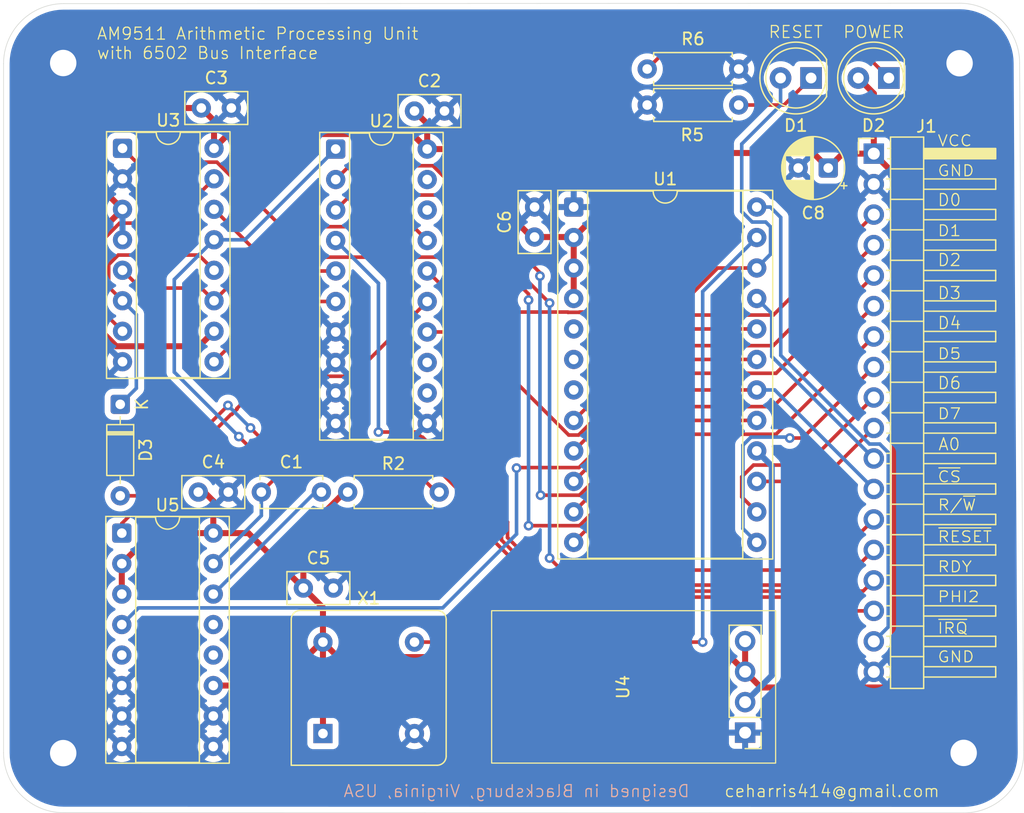
<source format=kicad_pcb>
(kicad_pcb (version 20241229) (generator "pcbnew") (generator_version "9.0")
  (layers (0 "F.Cu" signal) (2 "B.Cu" signal) (13 "F.Paste" user) (15 "B.Paste" user) (5 "F.SilkS" user "F.Silkscreen") (7 "B.SilkS" user "B.Silkscreen") (1 "F.Mask" user) (3 "B.Mask" user) (25 "Edge.Cuts" user))
  (net 0 "")
  (net 1 "Net-(U5A-RCext)")
  (net 2 "Net-(U5A-Cext)")
  (net 3 "GND")
  (net 4 "VCC")
  (net 5 "/RESET")
  (net 6 "Net-(D1-K)")
  (net 7 "/~{CS}")
  (net 8 "/RDY")
  (net 9 "/D5")
  (net 10 "/D6")
  (net 11 "/PHI2")
  (net 12 "/D7")
  (net 13 "/D3")
  (net 14 "/D4")
  (net 15 "/A0")
  (net 16 "/D2")
  (net 17 "/R{slash}~{W}")
  (net 18 "/D0")
  (net 19 "/D1")
  (net 20 "/~{IRQ}")
  (net 21 "/~{RESET}")
  (net 22 "/~{RD}")
  (net 23 "Net-(U1-VDD)")
  (net 25 "Net-(U1-CLK)")
  (net 28 "/~{PAUSE}")
  (net 29 "/~{WR}")
  (net 30 "/CLK1")
  (net 33 "/Q2")
  (net 36 "/Q1")
  (net 37 "/~{WTRG}")
  (net 38 "Net-(U3A-~{R})")
  (net 42 "Net-(D2-K)")
  (net 43 "Net-(D3-K)")
  (footprint "Resistor_THT:R_Axial_DIN0207_L6.3mm_D2.5mm_P7.62mm_Horizontal" (layer "F.Cu") (at 163.75 58.5 180)
    (property "Reference" "R5" (at 3.87 -2.5 0) (layer "F.SilkS"))
    (property "Value" "470")
    (pad "1" thru_hole circle (at 0 0 180) (size 1.6 1.6) (drill 0.8) (layers "*.Cu" "*.Mask") (net 6 "Net-(D1-K)"))
    (pad "2" thru_hole circle (at 7.62 0 180) (size 1.6 1.6) (drill 0.8) (layers "*.Cu" "*.Mask") (net 3 "GND"))
  )
  (footprint "Capacitor_THT:CP_Radial_D5.0mm_P2.50mm" (layer "F.Cu") (at 171.205113 63.75 180)
    (property "Reference" "C8" (at 1.25 -3.75 180) (layer "F.SilkS"))
    (property "Value" "1µF" (hide yes))
    (pad "1" thru_hole roundrect (at 0 0 180) (size 1.6 1.6) (drill 0.8) (layers "*.Cu" "*.Mask") (roundrect_rratio 0.15625) (net 4 "VCC"))
    (pad "2" thru_hole circle (at 2.5 0 180) (size 1.6 1.6) (drill 0.8) (layers "*.Cu" "*.Mask") (net 3 "GND"))
  )
  (footprint "MountingHole:MountingHole_2.2mm_M2_DIN965_Pad" (layer "F.Cu") (at 107.5 112.5)
    (property "Reference" "H3" (hide yes))
    (property "Value" "MountingHole_Pad" (hide yes))
    (pad "1" thru_hole circle (at 0 0) (size 3.8 3.8) (drill 2.2) (layers "*.Cu" "*.Mask") (net 3 "GND"))
  )
  (footprint "MountingHole:MountingHole_2.2mm_M2_DIN965_Pad" (layer "F.Cu") (at 107.5 55)
    (property "Reference" "H1" (hide yes))
    (property "Value" "MountingHole_Pad" (hide yes))
    (pad "1" thru_hole circle (at 0 0) (size 3.8 3.8) (drill 2.2) (layers "*.Cu" "*.Mask") (net 3 "GND"))
  )
  (footprint "MountingHole:MountingHole_2.2mm_M2_DIN965_Pad" (layer "F.Cu") (at 182.482262 112.482267)
    (property "Reference" "H4" (hide yes))
    (property "Value" "MountingHole_Pad" (hide yes))
    (pad "1" thru_hole circle (at 0 0) (size 3.8 3.8) (drill 2.2) (layers "*.Cu" "*.Mask") (net 3 "GND"))
  )
  (footprint "Capacitor_THT:C_Disc_D5.0mm_W2.5mm_P2.50mm" (layer "F.Cu") (at 127.5 98.75)
    (property "Reference" "C5" (at 1.25 -2.5 0) (layer "F.SilkS"))
    (property "Value" "100nF")
    (pad "1" thru_hole circle (at 0 0) (size 1.6 1.6) (drill 0.8) (layers "*.Cu" "*.Mask") (net 4 "VCC"))
    (pad "2" thru_hole circle (at 2.5 0) (size 1.6 1.6) (drill 0.8) (layers "*.Cu" "*.Mask") (net 3 "GND"))
  )
  (footprint "LED_THT:LED_D5.0mm" (layer "F.Cu") (at 169.775 56.25 180)
    (property "Reference" "D1" (at 1.27 -3.96 180) (layer "F.SilkS"))
    (property "Value" "YELLOW" (hide yes))
    (pad "1" thru_hole rect (at 0 0 180) (size 1.8 1.8) (drill 0.9) (layers "*.Cu" "*.Mask") (net 6 "Net-(D1-K)"))
    (pad "2" thru_hole circle (at 2.54 0 180) (size 1.8 1.8) (drill 0.9) (layers "*.Cu" "*.Mask") (net 5 "/RESET"))
  )
  (footprint "Connector_PinHeader_2.54mm:PinHeader_1x18_P2.54mm_Horizontal" (layer "F.Cu") (at 175 62.55)
    (property "Reference" "J1" (at 4.385 -2.27 0) (layer "F.SilkS"))
    (property "Value" "Conn_01x18_Pin" (hide yes))
    (pad "1" thru_hole rect (at 0 0) (size 1.7 1.7) (drill 1) (layers "*.Cu" "*.Mask") (net 4 "VCC"))
    (pad "2" thru_hole circle (at 0 2.54) (size 1.7 1.7) (drill 1) (layers "*.Cu" "*.Mask") (net 3 "GND"))
    (pad "3" thru_hole circle (at 0 5.08) (size 1.7 1.7) (drill 1) (layers "*.Cu" "*.Mask") (net 18 "/D0"))
    (pad "4" thru_hole circle (at 0 7.62) (size 1.7 1.7) (drill 1) (layers "*.Cu" "*.Mask") (net 19 "/D1"))
    (pad "5" thru_hole circle (at 0 10.16) (size 1.7 1.7) (drill 1) (layers "*.Cu" "*.Mask") (net 16 "/D2"))
    (pad "6" thru_hole circle (at 0 12.7) (size 1.7 1.7) (drill 1) (layers "*.Cu" "*.Mask") (net 13 "/D3"))
    (pad "7" thru_hole circle (at 0 15.24) (size 1.7 1.7) (drill 1) (layers "*.Cu" "*.Mask") (net 14 "/D4"))
    (pad "8" thru_hole circle (at 0 17.78) (size 1.7 1.7) (drill 1) (layers "*.Cu" "*.Mask") (net 9 "/D5"))
    (pad "9" thru_hole circle (at 0 20.32) (size 1.7 1.7) (drill 1) (layers "*.Cu" "*.Mask") (net 10 "/D6"))
    (pad "10" thru_hole circle (at 0 22.86) (size 1.7 1.7) (drill 1) (layers "*.Cu" "*.Mask") (net 12 "/D7"))
    (pad "11" thru_hole circle (at 0 25.4) (size 1.7 1.7) (drill 1) (layers "*.Cu" "*.Mask") (net 15 "/A0"))
    (pad "12" thru_hole circle (at 0 27.94) (size 1.7 1.7) (drill 1) (layers "*.Cu" "*.Mask") (net 7 "/~{CS}"))
    (pad "13" thru_hole circle (at 0 30.48) (size 1.7 1.7) (drill 1) (layers "*.Cu" "*.Mask") (net 17 "/R{slash}~{W}"))
    (pad "14" thru_hole circle (at 0 33.02) (size 1.7 1.7) (drill 1) (layers "*.Cu" "*.Mask") (net 21 "/~{RESET}"))
    (pad "15" thru_hole circle (at 0 35.56) (size 1.7 1.7) (drill 1) (layers "*.Cu" "*.Mask") (net 8 "/RDY"))
    (pad "16" thru_hole circle (at 0 38.1) (size 1.7 1.7) (drill 1) (layers "*.Cu" "*.Mask") (net 11 "/PHI2"))
    (pad "17" thru_hole circle (at 0 40.64) (size 1.7 1.7) (drill 1) (layers "*.Cu" "*.Mask") (net 20 "/~{IRQ}"))
    (pad "18" thru_hole circle (at 0 43.18) (size 1.7 1.7) (drill 1) (layers "*.Cu" "*.Mask") (net 3 "GND"))
  )
  (footprint "MountingHole:MountingHole_2.2mm_M2_DIN965_Pad" (layer "F.Cu") (at 182.14283 55.017709)
    (property "Reference" "H2" (hide yes))
    (property "Value" "MountingHole_Pad" (hide yes))
    (pad "1" thru_hole circle (at 0 0) (size 3.8 3.8) (drill 2.2) (layers "*.Cu" "*.Mask") (net 3 "GND"))
  )
  (footprint "Package_DIP:DIP-16_W7.62mm_Socket" (layer "F.Cu") (at 112.44 62.11)
    (property "Reference" "U3" (at 3.81 -2.33 0) (layer "F.SilkS"))
    (property "Value" "74HC112")
    (pad "1" thru_hole roundrect (at 0 0) (size 1.6 1.6) (drill 0.8) (layers "*.Cu" "*.Mask") (roundrect_rratio 0.15625) (net 30 "/CLK1"))
    (pad "2" thru_hole circle (at 0 2.54) (size 1.6 1.6) (drill 0.8) (layers "*.Cu" "*.Mask") (net 3 "GND"))
    (pad "3" thru_hole circle (at 0 5.08) (size 1.6 1.6) (drill 0.8) (layers "*.Cu" "*.Mask") (net 4 "VCC"))
    (pad "4" thru_hole circle (at 0 7.62) (size 1.6 1.6) (drill 0.8) (layers "*.Cu" "*.Mask") (net 4 "VCC"))
    (pad "5" thru_hole circle (at 0 10.16) (size 1.6 1.6) (drill 0.8) (layers "*.Cu" "*.Mask") (net 36 "/Q1"))
    (pad "6" thru_hole circle (at 0 12.7) (size 1.6 1.6) (drill 0.8) (layers "*.Cu" "*.Mask") (net 43 "Net-(D3-K)"))
    (pad "7" thru_hole circle (at 0 15.24) (size 1.6 1.6) (drill 0.8) (layers "*.Cu" "*.Mask") (net 38 "Net-(U3A-~{R})"))
    (pad "8" thru_hole circle (at 0 17.78) (size 1.6 1.6) (drill 0.8) (layers "*.Cu" "*.Mask") (net 3 "GND"))
    (pad "9" thru_hole circle (at 7.62 17.78) (size 1.6 1.6) (drill 0.8) (layers "*.Cu" "*.Mask") (net 33 "/Q2"))
    (pad "10" thru_hole circle (at 7.62 15.24) (size 1.6 1.6) (drill 0.8) (layers "*.Cu" "*.Mask") (net 4 "VCC"))
    (pad "11" thru_hole circle (at 7.62 12.7) (size 1.6 1.6) (drill 0.8) (layers "*.Cu" "*.Mask") (net 36 "/Q1"))
    (pad "12" thru_hole circle (at 7.62 10.16) (size 1.6 1.6) (drill 0.8) (layers "*.Cu" "*.Mask") (net 43 "Net-(D3-K)"))
    (pad "13" thru_hole circle (at 7.62 7.62) (size 1.6 1.6) (drill 0.8) (layers "*.Cu" "*.Mask") (net 11 "/PHI2"))
    (pad "14" thru_hole circle (at 7.62 5.08) (size 1.6 1.6) (drill 0.8) (layers "*.Cu" "*.Mask") (net 28 "/~{PAUSE}"))
    (pad "15" thru_hole circle (at 7.62 2.54) (size 1.6 1.6) (drill 0.8) (layers "*.Cu" "*.Mask") (net 38 "Net-(U3A-~{R})"))
    (pad "16" thru_hole circle (at 7.62 0) (size 1.6 1.6) (drill 0.8) (layers "*.Cu" "*.Mask") (net 4 "VCC"))
  )
  (footprint "Resistor_THT:R_Axial_DIN0207_L6.3mm_D2.5mm_P7.62mm_Horizontal" (layer "F.Cu") (at 156.13 55.5)
    (property "Reference" "R6" (at 3.81 -2.5 0) (layer "F.SilkS"))
    (property "Value" "1K")
    (pad "1" thru_hole circle (at 0 0) (size 1.6 1.6) (drill 0.8) (layers "*.Cu" "*.Mask") (net 42 "Net-(D2-K)"))
    (pad "2" thru_hole circle (at 7.62 0) (size 1.6 1.6) (drill 0.8) (layers "*.Cu" "*.Mask") (net 3 "GND"))
  )
  (footprint "LED_THT:LED_D5.0mm" (layer "F.Cu") (at 176.25 56.25 180)
    (property "Reference" "D2" (at 1.27 -3.96 180) (layer "F.SilkS"))
    (property "Value" "BLUE" (hide yes))
    (pad "1" thru_hole rect (at 0 0 180) (size 1.8 1.8) (drill 0.9) (layers "*.Cu" "*.Mask") (net 42 "Net-(D2-K)"))
    (pad "2" thru_hole circle (at 2.54 0 180) (size 1.8 1.8) (drill 0.9) (layers "*.Cu" "*.Mask") (net 4 "VCC"))
  )
  (footprint "Package_DIP:DIP-24_W15.24mm_Socket" (layer "F.Cu") (at 150.01 67)
    (property "Reference" "U1" (at 7.62 -2.33 0) (layer "F.SilkS"))
    (property "Value" "AM9511A")
    (pad "1" thru_hole roundrect (at 0 0) (size 1.6 1.6) (drill 0.8) (layers "*.Cu" "*.Mask") (roundrect_rratio 0.15625) (net 3 "GND"))
    (pad "2" thru_hole circle (at 0 2.54) (size 1.6 1.6) (drill 0.8) (layers "*.Cu" "*.Mask") (net 4 "VCC"))
    (pad "3" thru_hole circle (at 0 5.08) (size 1.6 1.6) (drill 0.8) (layers "*.Cu" "*.Mask") (net 4 "VCC"))
    (pad "4" thru_hole circle (at 0 7.62) (size 1.6 1.6) (drill 0.8) (layers "*.Cu" "*.Mask") (net 4 "VCC"))
    (pad "5" thru_hole circle (at 0 10.16) (size 1.6 1.6) (drill 0.8) (layers "*.Cu" "*.Mask"))
    (pad "6" thru_hole circle (at 0 12.7) (size 1.6 1.6) (drill 0.8) (layers "*.Cu" "*.Mask"))
    (pad "7" thru_hole circle (at 0 15.24) (size 1.6 1.6) (drill 0.8) (layers "*.Cu" "*.Mask"))
    (pad "8" thru_hole circle (at 0 17.78) (size 1.6 1.6) (drill 0.8) (layers "*.Cu" "*.Mask") (net 18 "/D0"))
    (pad "9" thru_hole circle (at 0 20.32) (size 1.6 1.6) (drill 0.8) (layers "*.Cu" "*.Mask") (net 19 "/D1"))
    (pad "10" thru_hole circle (at 0 22.86) (size 1.6 1.6) (drill 0.8) (layers "*.Cu" "*.Mask") (net 16 "/D2"))
    (pad "11" thru_hole circle (at 0 25.4) (size 1.6 1.6) (drill 0.8) (layers "*.Cu" "*.Mask") (net 13 "/D3"))
    (pad "12" thru_hole circle (at 0 27.94) (size 1.6 1.6) (drill 0.8) (layers "*.Cu" "*.Mask") (net 14 "/D4"))
    (pad "13" thru_hole circle (at 15.24 27.94) (size 1.6 1.6) (drill 0.8) (layers "*.Cu" "*.Mask") (net 9 "/D5"))
    (pad "14" thru_hole circle (at 15.24 25.4) (size 1.6 1.6) (drill 0.8) (layers "*.Cu" "*.Mask") (net 10 "/D6"))
    (pad "15" thru_hole circle (at 15.24 22.86) (size 1.6 1.6) (drill 0.8) (layers "*.Cu" "*.Mask") (net 12 "/D7"))
    (pad "16" thru_hole circle (at 15.24 20.32) (size 1.6 1.6) (drill 0.8) (layers "*.Cu" "*.Mask") (net 23 "Net-(U1-VDD)"))
    (pad "17" thru_hole circle (at 15.24 17.78) (size 1.6 1.6) (drill 0.8) (layers "*.Cu" "*.Mask") (net 28 "/~{PAUSE}"))
    (pad "18" thru_hole circle (at 15.24 15.24) (size 1.6 1.6) (drill 0.8) (layers "*.Cu" "*.Mask") (net 7 "/~{CS}"))
    (pad "19" thru_hole circle (at 15.24 12.7) (size 1.6 1.6) (drill 0.8) (layers "*.Cu" "*.Mask") (net 29 "/~{WR}"))
    (pad "20" thru_hole circle (at 15.24 10.16) (size 1.6 1.6) (drill 0.8) (layers "*.Cu" "*.Mask") (net 22 "/~{RD}"))
    (pad "21" thru_hole circle (at 15.24 7.62) (size 1.6 1.6) (drill 0.8) (layers "*.Cu" "*.Mask") (net 15 "/A0"))
    (pad "22" thru_hole circle (at 15.24 5.08) (size 1.6 1.6) (drill 0.8) (layers "*.Cu" "*.Mask") (net 5 "/RESET"))
    (pad "23" thru_hole circle (at 15.24 2.54) (size 1.6 1.6) (drill 0.8) (layers "*.Cu" "*.Mask") (net 25 "Net-(U1-CLK)"))
    (pad "24" thru_hole circle (at 15.24 0) (size 1.6 1.6) (drill 0.8) (layers "*.Cu" "*.Mask") (net 20 "/~{IRQ}"))
  )
  (footprint "Capacitor_THT:C_Disc_D5.0mm_W2.5mm_P2.50mm" (layer "F.Cu") (at 119 58.75)
    (property "Reference" "C3" (at 1.25 -2.5 0) (layer "F.SilkS"))
    (property "Value" "100nF")
    (pad "1" thru_hole circle (at 0 0) (size 1.6 1.6) (drill 0.8) (layers "*.Cu" "*.Mask") (net 4 "VCC"))
    (pad "2" thru_hole circle (at 2.5 0) (size 1.6 1.6) (drill 0.8) (layers "*.Cu" "*.Mask") (net 3 "GND"))
  )
  (footprint "Capacitor_THT:C_Disc_D5.0mm_W2.5mm_P2.50mm" (layer "F.Cu") (at 146.75 69.5 90)
    (property "Reference" "C6" (at 1.25 -2.5 90) (layer "F.SilkS"))
    (property "Value" "100nF")
    (pad "1" thru_hole circle (at 0 0 90) (size 1.6 1.6) (drill 0.8) (layers "*.Cu" "*.Mask") (net 4 "VCC"))
    (pad "2" thru_hole circle (at 2.5 0 90) (size 1.6 1.6) (drill 0.8) (layers "*.Cu" "*.Mask") (net 3 "GND"))
  )
  (footprint "Oscillator:Oscillator_DIP-8" (layer "F.Cu") (at 129.13 110.87)
    (property "Reference" "X1" (at 3.81 -11.26 0) (layer "F.SilkS"))
    (property "Value" "4 MHz")
    (pad "1" thru_hole rect (at 0 0) (size 1.6 1.6) (drill 0.8) (layers "*.Cu" "*.Mask") (net 4 "VCC"))
    (pad "4" thru_hole circle (at 7.62 0) (size 1.6 1.6) (drill 0.8) (layers "*.Cu" "*.Mask") (net 3 "GND"))
    (pad "5" thru_hole circle (at 7.62 -7.62) (size 1.6 1.6) (drill 0.8) (layers "*.Cu" "*.Mask") (net 25 "Net-(U1-CLK)"))
    (pad "8" thru_hole circle (at 0 -7.62) (size 1.6 1.6) (drill 0.8) (layers "*.Cu" "*.Mask") (net 4 "VCC"))
  )
  (footprint "Capacitor_THT:C_Disc_D5.0mm_W2.5mm_P2.50mm" (layer "F.Cu") (at 118.75 90.75)
    (property "Reference" "C4" (at 1.25 -2.5 0) (layer "F.SilkS"))
    (property "Value" "100nF")
    (pad "1" thru_hole circle (at 0 0) (size 1.6 1.6) (drill 0.8) (layers "*.Cu" "*.Mask") (net 4 "VCC"))
    (pad "2" thru_hole circle (at 2.5 0) (size 1.6 1.6) (drill 0.8) (layers "*.Cu" "*.Mask") (net 3 "GND"))
  )
  (footprint "am9511-6502-footprints:ADA-TPS61040" (layer "F.Cu") (at 154.093763 107 180)
    (property "Reference" "U4" (at -0.030168 0 90) (layer "F.SilkS"))
    (property "Value" "ADA-TPS61040")
    (pad "1" thru_hole rect (at -10.190168 -3.792577 180) (size 1.7 1.7) (drill 1) (layers "*.Cu" "*.Mask") (net 3 "GND"))
    (pad "2" thru_hole oval (at -10.190168 -1.252577 180) (size 1.7 1.7) (drill 1) (layers "*.Cu" "*.Mask") (net 23 "Net-(U1-VDD)"))
    (pad "3" thru_hole oval (at -10.190168 1.287423 180) (size 1.7 1.7) (drill 1) (layers "*.Cu" "*.Mask") (net 4 "VCC"))
    (pad "4" thru_hole oval (at -10.190168 3.827423 180) (size 1.7 1.7) (drill 1) (layers "*.Cu" "*.Mask") (net 4 "VCC"))
  )
  (footprint "Package_DIP:DIP-16_W7.62mm_Socket" (layer "F.Cu") (at 112.38 94.17)
    (property "Reference" "U5" (at 3.81 -2.33 0) (layer "F.SilkS"))
    (property "Value" "74HC123")
    (pad "1" thru_hole roundrect (at 0 0) (size 1.6 1.6) (drill 0.8) (layers "*.Cu" "*.Mask") (roundrect_rratio 0.15625) (net 37 "/~{WTRG}"))
    (pad "2" thru_hole circle (at 0 2.54) (size 1.6 1.6) (drill 0.8) (layers "*.Cu" "*.Mask") (net 4 "VCC"))
    (pad "3" thru_hole circle (at 0 5.08) (size 1.6 1.6) (drill 0.8) (layers "*.Cu" "*.Mask") (net 4 "VCC"))
    (pad "4" thru_hole circle (at 0 7.62) (size 1.6 1.6) (drill 0.8) (layers "*.Cu" "*.Mask") (net 29 "/~{WR}"))
    (pad "5" thru_hole circle (at 0 10.16) (size 1.6 1.6) (drill 0.8) (layers "*.Cu" "*.Mask"))
    (pad "6" thru_hole circle (at 0 12.7) (size 1.6 1.6) (drill 0.8) (layers "*.Cu" "*.Mask") (net 3 "GND"))
    (pad "7" thru_hole circle (at 0 15.24) (size 1.6 1.6) (drill 0.8) (layers "*.Cu" "*.Mask") (net 3 "GND"))
    (pad "8" thru_hole circle (at 0 17.78) (size 1.6 1.6) (drill 0.8) (layers "*.Cu" "*.Mask") (net 3 "GND"))
    (pad "9" thru_hole circle (at 7.62 17.78) (size 1.6 1.6) (drill 0.8) (layers "*.Cu" "*.Mask") (net 3 "GND"))
    (pad "10" thru_hole circle (at 7.62 15.24) (size 1.6 1.6) (drill 0.8) (layers "*.Cu" "*.Mask") (net 3 "GND"))
    (pad "11" thru_hole circle (at 7.62 12.7) (size 1.6 1.6) (drill 0.8) (layers "*.Cu" "*.Mask") (net 4 "VCC"))
    (pad "12" thru_hole circle (at 7.62 10.16) (size 1.6 1.6) (drill 0.8) (layers "*.Cu" "*.Mask"))
    (pad "13" thru_hole circle (at 7.62 7.62) (size 1.6 1.6) (drill 0.8) (layers "*.Cu" "*.Mask"))
    (pad "14" thru_hole circle (at 7.62 5.08) (size 1.6 1.6) (drill 0.8) (layers "*.Cu" "*.Mask") (net 2 "Net-(U5A-Cext)"))
    (pad "15" thru_hole circle (at 7.62 2.54) (size 1.6 1.6) (drill 0.8) (layers "*.Cu" "*.Mask") (net 1 "Net-(U5A-RCext)"))
    (pad "16" thru_hole circle (at 7.62 0) (size 1.6 1.6) (drill 0.8) (layers "*.Cu" "*.Mask") (net 4 "VCC"))
  )
  (footprint "Capacitor_THT:C_Disc_D5.0mm_W2.5mm_P5.00mm" (layer "F.Cu") (at 124 90.75)
    (property "Reference" "C1" (at 2.5 -2.5 0) (layer "F.SilkS"))
    (property "Value" "68pF")
    (pad "1" thru_hole circle (at 0 0) (size 1.6 1.6) (drill 0.8) (layers "*.Cu" "*.Mask") (net 1 "Net-(U5A-RCext)"))
    (pad "2" thru_hole circle (at 5 0) (size 1.6 1.6) (drill 0.8) (layers "*.Cu" "*.Mask") (net 2 "Net-(U5A-Cext)"))
  )
  (footprint "Capacitor_THT:C_Disc_D5.0mm_W2.5mm_P2.50mm" (layer "F.Cu") (at 136.75 59)
    (property "Reference" "C2" (at 1.25 -2.5 0) (layer "F.SilkS"))
    (property "Value" "100nF")
    (pad "1" thru_hole circle (at 0 0) (size 1.6 1.6) (drill 0.8) (layers "*.Cu" "*.Mask") (net 4 "VCC"))
    (pad "2" thru_hole circle (at 2.5 0) (size 1.6 1.6) (drill 0.8) (layers "*.Cu" "*.Mask") (net 3 "GND"))
  )
  (footprint "Resistor_THT:R_Axial_DIN0207_L6.3mm_D2.5mm_P7.62mm_Horizontal" (layer "F.Cu") (at 131.19 90.75)
    (property "Reference" "R2" (at 3.81 -2.37 0) (layer "F.SilkS"))
    (property "Value" "2K4")
    (pad "1" thru_hole circle (at 0 0) (size 1.6 1.6) (drill 0.8) (layers "*.Cu" "*.Mask") (net 4 "VCC"))
    (pad "2" thru_hole circle (at 7.62 0) (size 1.6 1.6) (drill 0.8) (layers "*.Cu" "*.Mask") (net 1 "Net-(U5A-RCext)"))
  )
  (footprint "Diode_THT:D_DO-35_SOD27_P7.62mm_Horizontal" (layer "F.Cu") (at 112.25 83.44 -90)
    (property "Reference" "D3" (at 3.81 -2.12 90) (layer "F.SilkS"))
    (property "Value" "1N914")
    (fp_text user "K" (at 0 -1.8 90) (layer "F.SilkS"))
    (pad "1" thru_hole roundrect (at 0 0 270) (size 1.6 1.6) (drill 0.8) (layers "*.Cu" "*.Mask") (roundrect_rratio 0.15625) (net 43 "Net-(D3-K)"))
    (pad "2" thru_hole circle (at 7.62 0 270) (size 1.6 1.6) (drill 0.8) (layers "*.Cu" "*.Mask") (net 8 "/RDY"))
  )
  (footprint "Package_DIP:DIP-20_W7.62mm_Socket" (layer "F.Cu") (at 130.19 62.17)
    (property "Reference" "U2" (at 3.81 -2.33 0) (layer "F.SilkS"))
    (property "Value" "GAL16V8")
    (pad "1" thru_hole roundrect (at 0 0) (size 1.6 1.6) (drill 0.8) (layers "*.Cu" "*.Mask") (roundrect_rratio 0.15625) (net 11 "/PHI2"))
    (pad "2" thru_hole circle (at 0 2.54) (size 1.6 1.6) (drill 0.8) (layers "*.Cu" "*.Mask") (net 7 "/~{CS}"))
    (pad "3" thru_hole circle (at 0 5.08) (size 1.6 1.6) (drill 0.8) (layers "*.Cu" "*.Mask") (net 17 "/R{slash}~{W}"))
    (pad "4" thru_hole circle (at 0 7.62) (size 1.6 1.6) (drill 0.8) (layers "*.Cu" "*.Mask") (net 21 "/~{RESET}"))
    (pad "5" thru_hole circle (at 0 10.16) (size 1.6 1.6) (drill 0.8) (layers "*.Cu" "*.Mask") (net 36 "/Q1"))
    (pad "6" thru_hole circle (at 0 12.7) (size 1.6 1.6) (drill 0.8) (layers "*.Cu" "*.Mask") (net 33 "/Q2"))
    (pad "7" thru_hole circle (at 0 15.24) (size 1.6 1.6) (drill 0.8) (layers "*.Cu" "*.Mask") (net 3 "GND"))
    (pad "8" thru_hole circle (at 0 17.78) (size 1.6 1.6) (drill 0.8) (layers "*.Cu" "*.Mask") (net 3 "GND"))
    (pad "9" thru_hole circle (at 0 20.32) (size 1.6 1.6) (drill 0.8) (layers "*.Cu" "*.Mask") (net 3 "GND"))
    (pad "10" thru_hole circle (at 0 22.86) (size 1.6 1.6) (drill 0.8) (layers "*.Cu" "*.Mask") (net 3 "GND"))
    (pad "11" thru_hole circle (at 7.62 22.86) (size 1.6 1.6) (drill 0.8) (layers "*.Cu" "*.Mask") (net 3 "GND"))
    (pad "12" thru_hole circle (at 7.62 20.32) (size 1.6 1.6) (drill 0.8) (layers "*.Cu" "*.Mask"))
    (pad "13" thru_hole circle (at 7.62 17.78) (size 1.6 1.6) (drill 0.8) (layers "*.Cu" "*.Mask"))
    (pad "14" thru_hole circle (at 7.62 15.24) (size 1.6 1.6) (drill 0.8) (layers "*.Cu" "*.Mask") (net 22 "/~{RD}"))
    (pad "15" thru_hole circle (at 7.62 12.7) (size 1.6 1.6) (drill 0.8) (layers "*.Cu" "*.Mask") (net 37 "/~{WTRG}"))
    (pad "16" thru_hole circle (at 7.62 10.16) (size 1.6 1.6) (drill 0.8) (layers "*.Cu" "*.Mask") (net 5 "/RESET"))
    (pad "17" thru_hole circle (at 7.62 7.62) (size 1.6 1.6) (drill 0.8) (layers "*.Cu" "*.Mask") (net 30 "/CLK1"))
    (pad "18" thru_hole circle (at 7.62 5.08) (size 1.6 1.6) (drill 0.8) (layers "*.Cu" "*.Mask"))
    (pad "19" thru_hole circle (at 7.62 2.54) (size 1.6 1.6) (drill 0.8) (layers "*.Cu" "*.Mask"))
    (pad "20" thru_hole circle (at 7.62 0) (size 1.6 1.6) (drill 0.8) (layers "*.Cu" "*.Mask") (net 4 "VCC"))
  )
  (gr_arc (start 182.142772 50.017767) (mid 185.678328 51.482221) (end 187.142772 55.017767) (stroke (width 0.05)) (layer "Edge.Cuts"))
  (gr_arc (start 187.482228 112.482233) (mid 186.017772 116.017777) (end 182.482228 117.482233) (stroke (width 0.05)) (layer "Edge.Cuts"))
  (gr_line (start 187.142772 55.017767) (end 187.482228 112.482233) (stroke (width 0.05)) (layer "Edge.Cuts"))
  (gr_line (start 102.535534 112.464466) (end 102.535535 55.053301) (stroke (width 0.05)) (layer "Edge.Cuts"))
  (gr_arc (start 102.535534 55.053301) (mid 104 51.517767) (end 107.535534 50.053301) (stroke (width 0.05)) (layer "Edge.Cuts"))
  (gr_line (start 107.535534 50.053301) (end 182.142772 50.017767) (stroke (width 0.05)) (layer "Edge.Cuts"))
  (gr_line (start 182.482228 117.482233) (end 107.535534 117.464466) (stroke (width 0.05)) (layer "Edge.Cuts"))
  (gr_arc (start 107.535534 117.464466) (mid 104 116) (end 102.535534 112.464466) (stroke (width 0.05)) (layer "Edge.Cuts"))
  (gr_text "D7" (at 180.25 84.75 0) (layer "F.SilkS") (effects (font (size 0.9 1) (thickness 0.1)) (justify left bottom)))
  (gr_text "R/~{W}" (at 180.259636 92.353336 0) (layer "F.SilkS") (effects (font (size 0.9 1) (thickness 0.1)) (justify left bottom)))
  (gr_text "~{RESET}" (at 180.25 95 0) (layer "F.SilkS") (effects (font (size 0.9 1) (thickness 0.1)) (justify left bottom)))
  (gr_text "AM9511 Arithmetic Processing Unit \nwith 6502 Bus Interface" (at 110.25 54.75 0) (layer "F.SilkS") (effects (font (size 1 1) (thickness 0.1)) (justify left bottom)))
  (gr_text "VCC" (at 180.25 62 0) (layer "F.SilkS") (effects (font (size 0.9 1) (thickness 0.1)) (justify left bottom)))
  (gr_text "D2" (at 180.25 72 0) (layer "F.SilkS") (effects (font (size 1 1) (thickness 0.1)) (justify left bottom)))
  (gr_text "PHI2" (at 180.25 100 0) (layer "F.SilkS") (effects (font (size 0.9 1) (thickness 0.1)) (justify left bottom)))
  (gr_text "D4" (at 180.25 77.25 0) (layer "F.SilkS") (effects (font (size 1 1) (thickness 0.1)) (justify left bottom)))
  (gr_text "POWER" (at 175 53 0) (layer "F.SilkS") (effects (font (size 1 1) (thickness 0.1)) (justify bottom)))
  (gr_text "A0" (at 180.311967 87.353772 0) (layer "F.SilkS") (effects (font (size 1 1) (thickness 0.1)) (justify left bottom)))
  (gr_text "D6" (at 180.25 82.25 0) (layer "F.SilkS") (effects (font (size 1 1) (thickness 0.1)) (justify left bottom)))
  (gr_text "RDY" (at 180.25 97.5 0) (layer "F.SilkS") (effects (font (size 0.9 1) (thickness 0.1)) (justify left bottom)))
  (gr_text "GND" (at 180.25 64.5 0) (layer "F.SilkS") (effects (font (size 0.9 1) (thickness 0.1)) (justify left bottom)))
  (gr_text "D3" (at 180.25 74.75 0) (layer "F.SilkS") (effects (font (size 1 1) (thickness 0.1)) (justify left bottom)))
  (gr_text "~{CS}" (at 180.25 90 0) (layer "F.SilkS") (effects (font (size 0.9 1) (thickness 0.1)) (justify left bottom)))
  (gr_text "D1" (at 180.25 69.5 0) (layer "F.SilkS") (effects (font (size 0.9 1) (thickness 0.1)) (justify left bottom)))
  (gr_text "D0" (at 180.25 67 0) (layer "F.SilkS") (effects (font (size 1 1) (thickness 0.1)) (justify left bottom)))
  (gr_text "GND" (at 180.25 105 0) (layer "F.SilkS") (effects (font (size 0.9 1) (thickness 0.1)) (justify left bottom)))
  (gr_text "D5" (at 180.25 79.75 0) (layer "F.SilkS") (effects (font (size 0.9 1) (thickness 0.1)) (justify left bottom)))
  (gr_text "ceharris414@gmail.com" (at 162.5 116.25 0) (layer "F.SilkS") (effects (font (size 1 1) (thickness 0.1)) (justify left bottom)))
  (gr_text "~{IRQ}" (at 180.244321 102.621529 0) (layer "F.SilkS") (effects (font (size 0.9 1) (thickness 0.1)) (justify left bottom)))
  (gr_text "RESET" (at 168.5 53 0) (layer "F.SilkS") (effects (font (size 1 1) (thickness 0.1)) (justify bottom)))
  (gr_text "Designed in Blacksburg, Virginia, USA" (at 145.25 116.25 0) (layer "B.SilkS") (effects (font (size 1 1) (thickness 0.1)) (justify bottom mirror)))
  (segment (start 137.061 89.251) (end 138.56 90.75) (width 0.3) (layer "F.Cu") (net 1))
  (segment (start 120 96.25) (end 120 96.71) (width 0.3) (layer "F.Cu") (net 1))
  (segment (start 124 90.75) (end 125.499 89.251) (width 0.3) (layer "F.Cu") (net 1))
  (segment (start 125.499 89.251) (end 137.061 89.251) (width 0.3) (layer "F.Cu") (net 1))
  (segment (start 120 96.71) (end 124 92.71) (width 0.3) (layer "B.Cu") (net 1))
  (segment (start 124 92.71) (end 124 90.75) (width 0.3) (layer "B.Cu") (net 1))
  (segment (start 120 96.25) (end 120 96.71) (width 0.3) (layer "B.Cu") (net 1))
  (segment (start 120 98.75) (end 120 99.25) (width 0.3) (layer "F.Cu") (net 2))
  (segment (start 120 98.75) (end 120 99.25) (width 0.3) (layer "B.Cu") (net 2))
  (segment (start 120 99.25) (end 128.5 90.75) (width 0.3) (layer "B.Cu") (net 2))
  (segment (start 128.5 90.75) (end 129 90.75) (width 0.3) (layer "B.Cu") (net 2))
  (segment (start 120 94.17) (end 120 91.5) (width 0.5) (layer "F.Cu") (net 4))
  (segment (start 175 62.55) (end 176.75 64.3) (width 0.5) (layer "F.Cu") (net 4))
  (segment (start 119.25 90.75) (end 118.75 90.75) (width 0.5) (layer "F.Cu") (net 4))
  (segment (start 110.5 65.25) (end 110.5 60.25) (width 0.5) (layer "F.Cu") (net 4))
  (segment (start 150.01 69.54) (end 150.01 74.62) (width 0.5) (layer "F.Cu") (net 4))
  (segment (start 120 94.17) (end 114.92 94.17) (width 0.5) (layer "F.Cu") (net 4))
  (segment (start 137.81 60.06) (end 136.75 59) (width 0.5) (layer "F.Cu") (net 4))
  (segment (start 110.5 60.25) (end 112 58.75) (width 0.5) (layer "F.Cu") (net 4))
  (segment (start 165.602354 107.031) (end 164.283931 105.712577) (width 0.5) (layer "F.Cu") (net 4))
  (segment (start 121.251 60.919) (end 120.06 62.11) (width 0.5) (layer "F.Cu") (net 4))
  (segment (start 146.5 69.5) (end 139.17 62.17) (width 0.5) (layer "F.Cu") (net 4))
  (segment (start 112.44 67.19) (end 110.5 65.25) (width 0.5) (layer "F.Cu") (net 4))
  (segment (start 112 58.75) (end 119 58.75) (width 0.5) (layer "F.Cu") (net 4))
  (segment (start 157.051 62.499) (end 169.954113 62.499) (width 0.5) (layer "F.Cu") (net 4))
  (segment (start 149.97 69.5) (end 150.01 69.54) (width 0.5) (layer "F.Cu") (net 4))
  (segment (start 172.405113 62.55) (end 171.205113 63.75) (width 0.5) (layer "F.Cu") (net 4))
  (segment (start 114.92 94.17) (end 112.38 96.71) (width 0.5) (layer "F.Cu") (net 4))
  (segment (start 110.187 69.443) (end 112.44 67.19) (width 0.5) (layer "F.Cu") (net 4))
  (segment (start 129.13 103.25) (end 129.13 100.38) (width 0.5) (layer "F.Cu") (net 4))
  (segment (start 169.954113 62.499) (end 171.205113 63.75) (width 0.5) (layer "F.Cu") (net 4))
  (segment (start 129.13 103.25) (end 129.13 110.87) (width 0.5) (layer "F.Cu") (net 4))
  (segment (start 146.75 69.5) (end 149.97 69.5) (width 0.5) (layer "F.Cu") (net 4))
  (segment (start 125.38 106.87) (end 120 106.87) (width 0.5) (layer "F.Cu") (net 4))
  (segment (start 118.809 78.601) (end 111.921818 78.601) (width 0.5) (layer "F.Cu") (net 4))
  (segment (start 137.81 62.17) (end 137.81 60.06) (width 0.5) (layer "F.Cu") (net 4))
  (segment (start 129.13 103.25) (end 130.381 104.501) (width 0.5) (layer "F.Cu") (net 4))
  (segment (start 127.5 94.19) (end 130.94 90.75) (width 0.5) (layer "F.Cu") (net 4))
  (segment (start 163.072354 104.501) (end 164.283931 105.712577) (width 0.5) (layer "F.Cu") (net 4))
  (segment (start 136.559 60.919) (end 121.251 60.919) (width 0.5) (layer "F.Cu") (net 4))
  (segment (start 129 103.25) (end 125.38 106.87) (width 0.5) (layer "F.Cu") (net 4))
  (segment (start 176.469 107.031) (end 165.602354 107.031) (width 0.5) (layer "F.Cu") (net 4))
  (segment (start 146.75 69.5) (end 146.5 69.5) (width 0.5) (layer "F.Cu") (net 4))
  (segment (start 120 94.17) (end 122.92 94.17) (width 0.5) (layer "F.Cu") (net 4))
  (segment (start 120 91.5) (end 119.25 90.75) (width 0.5) (layer "F.Cu") (net 4))
  (segment (start 120.06 59.81) (end 119 58.75) (width 0.5) (layer "F.Cu") (net 4))
  (segment (start 164.283931 105.712577) (end 164.283931 103.172577) (width 0.5) (layer "F.Cu") (net 4))
  (segment (start 150.01 69.54) (end 157.051 62.499) (width 0.5) (layer "F.Cu") (net 4))
  (segment (start 175 62.55) (end 172.405113 62.55) (width 0.5) (layer "F.Cu") (net 4))
  (segment (start 137.75 62.11) (end 137.81 62.17) (width 0.5) (layer "F.Cu") (net 4))
  (segment (start 130.381 104.501) (end 163.072354 104.501) (width 0.5) (layer "F.Cu") (net 4))
  (segment (start 120.06 62.11) (end 120.06 59.81) (width 0.5) (layer "F.Cu") (net 4))
  (segment (start 129.13 100.38) (end 127.5 98.75) (width 0.5) (layer "F.Cu") (net 4))
  (segment (start 110.187 76.866182) (end 110.187 69.443) (width 0.5) (layer "F.Cu") (net 4))
  (segment (start 176.75 106.75) (end 176.469 107.031) (width 0.5) (layer "F.Cu") (net 4))
  (segment (start 112.38 96.71) (end 112.38 99.25) (width 0.5) (layer "F.Cu") (net 4))
  (segment (start 174.95 62.5) (end 175 62.55) (width 0.5) (layer "F.Cu") (net 4))
  (segment (start 139.17 62.17) (end 137.81 62.17) (width 0.5) (layer "F.Cu") (net 4))
  (segment (start 120.06 77.35) (end 118.809 78.601) (width 0.5) (layer "F.Cu") (net 4))
  (segment (start 129.13 103.25) (end 129 103.25) (width 0.5) (layer "F.Cu") (net 4))
  (segment (start 111.921818 78.601) (end 110.187 76.866182) (width 0.5) (layer "F.Cu") (net 4))
  (segment (start 175 57.54) (end 175 62.55) (width 0.5) (layer "F.Cu") (net 4))
  (segment (start 127.5 98.75) (end 127.5 94.19) (width 0.5) (layer "F.Cu") (net 4))
  (segment (start 122.92 94.17) (end 127.5 98.75) (width 0.5) (layer "F.Cu") (net 4))
  (segment (start 137.81 62.17) (end 136.559 60.919) (width 0.5) (layer "F.Cu") (net 4))
  (segment (start 173.71 56.25) (end 175 57.54) (width 0.5) (layer "F.Cu") (net 4))
  (segment (start 176.75 64.3) (end 176.75 106.75) (width 0.5) (layer "F.Cu") (net 4))
  (segment (start 112.44 69.73) (end 112.44 67.19) (width 0.5) (layer "B.Cu") (net 4))
  (segment (start 174.95 62.5) (end 175 62.55) (width 0.5) (layer "B.Cu") (net 4))
  (segment (start 127.5 98.75) (end 127 98.75) (width 0.5) (layer "B.Cu") (net 4))
  (segment (start 150.48676 75.771) (end 150.50776 75.75) (width 0.3) (layer "F.Cu") (net 5))
  (segment (start 150.50776 75.75) (end 158.33148 75.75) (width 0.3) (layer "F.Cu") (net 5))
  (segment (start 137.81 72.33) (end 141.23 75.75) (width 0.3) (layer "F.Cu") (net 5))
  (segment (start 158.33148 75.75) (end 162.00148 72.08) (width 0.3) (layer "F.Cu") (net 5))
  (segment (start 149.51224 75.75) (end 149.53324 75.771) (width 0.3) (layer "F.Cu") (net 5))
  (segment (start 141.23 75.75) (end 149.51224 75.75) (width 0.3) (layer "F.Cu") (net 5))
  (segment (start 162.00148 72.08) (end 165.25 72.08) (width 0.3) (layer "F.Cu") (net 5))
  (segment (start 149.53324 75.771) (end 150.48676 75.771) (width 0.3) (layer "F.Cu") (net 5))
  (segment (start 167.235 58.515) (end 167.235 56.25) (width 0.3) (layer "B.Cu") (net 5))
  (segment (start 164.87224 68.25) (end 164 67.37776) (width 0.3) (layer "B.Cu") (net 5))
  (segment (start 164 67.37776) (end 164 61.75) (width 0.3) (layer "B.Cu") (net 5))
  (segment (start 166 68.25) (end 164.87224 68.25) (width 0.3) (layer "B.Cu") (net 5))
  (segment (start 164 61.75) (end 167.235 58.515) (width 0.3) (layer "B.Cu") (net 5))
  (segment (start 165.25 72.08) (end 166.401 70.929) (width 0.3) (layer "B.Cu") (net 5))
  (segment (start 166.401 68.651) (end 166 68.25) (width 0.3) (layer "B.Cu") (net 5))
  (segment (start 166.401 70.929) (end 166.401 68.651) (width 0.3) (layer "B.Cu") (net 5))
  (segment (start 167.525 58.5) (end 169.775 56.25) (width 0.3) (layer "F.Cu") (net 6))
  (segment (start 163.75 58.5) (end 167.525 58.5) (width 0.3) (layer "F.Cu") (net 6))
  (segment (start 147.199 72.801) (end 147.199 72.75) (width 0.3) (layer "F.Cu") (net 7))
  (segment (start 131.341 63.559) (end 130.19 64.71) (width 0.3) (layer "F.Cu") (net 7))
  (segment (start 147.199 72.75) (end 147.199 72.47124) (width 0.3) (layer "F.Cu") (net 7))
  (segment (start 150.48676 91.011) (end 147.25 91.011) (width 0.3) (layer "F.Cu") (net 7))
  (segment (start 147.199 72.47124) (end 138.28676 63.559) (width 0.3) (layer "F.Cu") (net 7))
  (segment (start 159.25776 82.24) (end 150.48676 91.011) (width 0.3) (layer "F.Cu") (net 7))
  (segment (start 165.25 82.24) (end 159.25776 82.24) (width 0.3) (layer "F.Cu") (net 7))
  (segment (start 138.28676 63.559) (end 131.341 63.559) (width 0.3) (layer "F.Cu") (net 7))
  (via (at 147.199 72.75) (size 0.8) (drill 0.4) (layers "F.Cu" "B.Cu") (net 7))
  (via (at 147.25 91.011) (size 0.8) (drill 0.4) (layers "F.Cu" "B.Cu") (net 7))
  (segment (start 175 90.49) (end 166.75 82.24) (width 0.3) (layer "B.Cu") (net 7))
  (segment (start 147.25 91.011) (end 147.199 90.96) (width 0.3) (layer "B.Cu") (net 7))
  (segment (start 166.75 82.24) (end 165.25 82.24) (width 0.3) (layer "B.Cu") (net 7))
  (segment (start 147.199 90.96) (end 147.199 72.801) (width 0.3) (layer "B.Cu") (net 7))
  (segment (start 174.11 99) (end 172.278521 99) (width 0.3) (layer "F.Cu") (net 8))
  (segment (start 137.476042 88.249) (end 125.939 88.249) (width 0.3) (layer "F.Cu") (net 8))
  (segment (start 143.998 94.748) (end 143.998 93.45652) (width 0.3) (layer "F.Cu") (net 8))
  (segment (start 113.69 91.06) (end 112.25 91.06) (width 0.3) (layer "F.Cu") (net 8))
  (segment (start 121.22 83.53) (end 113.69 91.06) (width 0.3) (layer "F.Cu") (net 8))
  (segment (start 172.27752 99.001) (end 148.251 99.001) (width 0.3) (layer "F.Cu") (net 8))
  (segment (start 138.79148 88.25) (end 137.477043 88.25) (width 0.3) (layer "F.Cu") (net 8))
  (segment (start 137.477043 88.25) (end 137.476042 88.249) (width 0.3) (layer "F.Cu") (net 8))
  (segment (start 125.939 88.249) (end 123.095 85.405) (width 0.3) (layer "F.Cu") (net 8))
  (segment (start 143.998 93.45652) (end 138.79148 88.25) (width 0.3) (layer "F.Cu") (net 8))
  (segment (start 172.278521 99) (end 172.27752 99.001) (width 0.3) (layer "F.Cu") (net 8))
  (segment (start 148.251 99.001) (end 143.998 94.748) (width 0.3) (layer "F.Cu") (net 8))
  (segment (start 175 98.11) (end 174.11 99) (width 0.3) (layer "F.Cu") (net 8))
  (via (at 123.095 85.405) (size 0.8) (drill 0.4) (layers "F.Cu" "B.Cu") (net 8))
  (via (at 121.22 83.53) (size 0.8) (drill 0.4) (layers "F.Cu" "B.Cu") (net 8))
  (segment (start 123.095 85.405) (end 121.22 83.53) (width 0.3) (layer "B.Cu") (net 8))
  (segment (start 175 80.33) (end 169.08 86.25) (width 0.3) (layer "F.Cu") (net 9))
  (segment (start 169.08 86.25) (end 168 86.25) (width 0.3) (layer "F.Cu") (net 9))
  (via (at 168 86.25) (size 0.8) (drill 0.4) (layers "F.Cu" "B.Cu") (net 9))
  (segment (start 168 86.25) (end 167.919 86.169) (width 0.3) (layer "B.Cu") (net 9))
  (segment (start 167.919 86.169) (end 164.77324 86.169) (width 0.3) (layer "B.Cu") (net 9))
  (segment (start 164.099 86.84324) (end 164.099 93.789) (width 0.3) (layer "B.Cu") (net 9))
  (segment (start 164.77324 86.169) (end 164.099 86.84324) (width 0.3) (layer "B.Cu") (net 9))
  (segment (start 164.099 93.789) (end 165.25 94.94) (width 0.3) (layer "B.Cu") (net 9))
  (segment (start 175 82.87) (end 169.37 88.5) (width 0.3) (layer "F.Cu") (net 10))
  (segment (start 164 89.48224) (end 164 91.15) (width 0.3) (layer "F.Cu") (net 10))
  (segment (start 164 91.15) (end 165.25 92.4) (width 0.3) (layer "F.Cu") (net 10))
  (segment (start 164.98224 88.5) (end 164 89.48224) (width 0.3) (layer "F.Cu") (net 10))
  (segment (start 169.37 88.5) (end 164.98224 88.5) (width 0.3) (layer "F.Cu") (net 10))
  (segment (start 172.318521 99.502) (end 173.466521 100.65) (width 0.3) (layer "F.Cu") (net 11))
  (segment (start 122.125 86.125) (end 124.75 88.75) (width 0.3) (layer "F.Cu") (net 11))
  (segment (start 143.497 94.955521) (end 148.04348 99.502) (width 0.3) (layer "F.Cu") (net 11))
  (segment (start 124.75 88.75) (end 137.268522 88.75) (width 0.3) (layer "F.Cu") (net 11))
  (segment (start 143.497 93.66404) (end 143.497 94.955521) (width 0.3) (layer "F.Cu") (net 11))
  (segment (start 137.268522 88.75) (end 137.269523 88.751) (width 0.3) (layer "F.Cu") (net 11))
  (segment (start 148.04348 99.502) (end 172.318521 99.502) (width 0.3) (layer "F.Cu") (net 11))
  (segment (start 173.466521 100.65) (end 175 100.65) (width 0.3) (layer "F.Cu") (net 11))
  (segment (start 138.58396 88.751) (end 143.497 93.66404) (width 0.3) (layer "F.Cu") (net 11))
  (segment (start 137.269523 88.751) (end 138.58396 88.751) (width 0.3) (layer "F.Cu") (net 11))
  (via (at 122.125 86.125) (size 0.8) (drill 0.4) (layers "F.Cu" "B.Cu") (net 11))
  (segment (start 116.75 73.04) (end 120.06 69.73) (width 0.3) (layer "B.Cu") (net 11))
  (segment (start 116.75 80.75) (end 116.75 73.04) (width 0.3) (layer "B.Cu") (net 11))
  (segment (start 122.125 86.125) (end 116.75 80.75) (width 0.3) (layer "B.Cu") (net 11))
  (segment (start 120.06 69.73) (end 122.63 69.73) (width 0.3) (layer "B.Cu") (net 11))
  (segment (start 122.63 69.73) (end 130.19 62.17) (width 0.3) (layer "B.Cu") (net 11))
  (segment (start 175 85.41) (end 170.55 89.86) (width 0.3) (layer "F.Cu") (net 12))
  (segment (start 170.55 89.86) (end 165.25 89.86) (width 0.3) (layer "F.Cu") (net 12))
  (segment (start 158.781 83.629) (end 150.01 92.4) (width 0.3) (layer "F.Cu") (net 13))
  (segment (start 166.621 83.629) (end 158.781 83.629) (width 0.3) (layer "F.Cu") (net 13))
  (segment (start 175 75.25) (end 166.621 83.629) (width 0.3) (layer "F.Cu") (net 13))
  (segment (start 175 77.79) (end 166.859 85.931) (width 0.3) (layer "F.Cu") (net 14))
  (segment (start 166.859 85.931) (end 159.019 85.931) (width 0.3) (layer "F.Cu") (net 14))
  (segment (start 159.019 85.931) (end 150.01 94.94) (width 0.3) (layer "F.Cu") (net 14))
  (segment (start 166.5 75.87) (end 166.5 79.45) (width 0.3) (layer "B.Cu") (net 15))
  (segment (start 166.5 79.45) (end 175 87.95) (width 0.3) (layer "B.Cu") (net 15))
  (segment (start 165.25 74.62) (end 166.5 75.87) (width 0.3) (layer "B.Cu") (net 15))
  (segment (start 175 72.71) (end 166.859 80.851) (width 0.3) (layer "F.Cu") (net 16))
  (segment (start 159.019 80.851) (end 150.01 89.86) (width 0.3) (layer "F.Cu") (net 16))
  (segment (start 166.859 80.851) (end 159.019 80.851) (width 0.3) (layer "F.Cu") (net 16))
  (segment (start 175 93.03) (end 170.78 97.25) (width 0.3) (layer "F.Cu") (net 17))
  (segment (start 139 66) (end 131.44 66) (width 0.3) (layer "F.Cu") (net 17))
  (segment (start 148 75) (end 139 66) (width 0.3) (layer "F.Cu") (net 17))
  (segment (start 170.78 97.25) (end 149 97.25) (width 0.3) (layer "F.Cu") (net 17))
  (segment (start 131.44 66) (end 130.19 67.25) (width 0.3) (layer "F.Cu") (net 17))
  (segment (start 149 97.25) (end 148 96.25) (width 0.3) (layer "F.Cu") (net 17))
  (via (at 148 75) (size 0.8) (drill 0.4) (layers "F.Cu" "B.Cu") (net 17))
  (via (at 148 96.25) (size 0.8) (drill 0.4) (layers "F.Cu" "B.Cu") (net 17))
  (segment (start 148 96.25) (end 148 75) (width 0.3) (layer "B.Cu") (net 17))
  (segment (start 166.63 76) (end 158.79 76) (width 0.3) (layer "F.Cu") (net 18))
  (segment (start 158.79 76) (end 150.01 84.78) (width 0.3) (layer "F.Cu") (net 18))
  (segment (start 175 67.63) (end 166.63 76) (width 0.3) (layer "F.Cu") (net 18))
  (segment (start 158.781 78.549) (end 166.621 78.549) (width 0.3) (layer "F.Cu") (net 19))
  (segment (start 150.01 87.32) (end 158.781 78.549) (width 0.3) (layer "F.Cu") (net 19))
  (segment (start 166.621 78.549) (end 175 70.17) (width 0.3) (layer "F.Cu") (net 19))
  (segment (start 175 103.25) (end 175 103.19) (width 0.3) (layer "B.Cu") (net 20))
  (segment (start 174.640529 86.749) (end 175.497471 86.749) (width 0.3) (layer "B.Cu") (net 20))
  (segment (start 176.201 87.452529) (end 176.201 101.989) (width 0.3) (layer "B.Cu") (net 20))
  (segment (start 167.25 67.86863) (end 167.25 79.358471) (width 0.3) (layer "B.Cu") (net 20))
  (segment (start 175.497471 86.749) (end 176.201 87.452529) (width 0.3) (layer "B.Cu") (net 20))
  (segment (start 166.38137 67) (end 167.25 67.86863) (width 0.3) (layer "B.Cu") (net 20))
  (segment (start 176.201 101.989) (end 175 103.19) (width 0.3) (layer "B.Cu") (net 20))
  (segment (start 165.25 67) (end 166.38137 67) (width 0.3) (layer "B.Cu") (net 20))
  (segment (start 167.25 79.358471) (end 174.640529 86.749) (width 0.3) (layer "B.Cu") (net 20))
  (segment (start 148.45852 98.5) (end 144.499 94.54048) (width 0.3) (layer "F.Cu") (net 21))
  (segment (start 136.90224 85.75) (end 133.75 85.75) (width 0.3) (layer "F.Cu") (net 21))
  (segment (start 144.499 93.249) (end 137.431 86.181) (width 0.3) (layer "F.Cu") (net 21))
  (segment (start 137.431 86.181) (end 137.33324 86.181) (width 0.3) (layer "F.Cu") (net 21))
  (segment (start 172.07 98.5) (end 148.45852 98.5) (width 0.3) (layer "F.Cu") (net 21))
  (segment (start 144.499 94.54048) (end 144.499 93.249) (width 0.3) (layer "F.Cu") (net 21))
  (segment (start 175 95.57) (end 172.07 98.5) (width 0.3) (layer "F.Cu") (net 21))
  (segment (start 137.33324 86.181) (end 136.90224 85.75) (width 0.3) (layer "F.Cu") (net 21))
  (via (at 133.75 85.75) (size 0.8) (drill 0.4) (layers "F.Cu" "B.Cu") (net 21))
  (segment (start 133.75 85.75) (end 133.75 73.35) (width 0.3) (layer "B.Cu") (net 21))
  (segment (start 133.75 73.35) (end 130.19 69.79) (width 0.3) (layer "B.Cu") (net 21))
  (segment (start 141.01224 77.41) (end 149.60224 86) (width 0.3) (layer "F.Cu") (net 22))
  (segment (start 137.81 77.41) (end 141.01224 77.41) (width 0.3) (layer "F.Cu") (net 22))
  (segment (start 150.41776 86) (end 149.60224 86) (width 0.3) (layer "F.Cu") (net 22))
  (segment (start 159.25776 77.16) (end 150.41776 86) (width 0.3) (layer "F.Cu") (net 22))
  (segment (start 165.25 77.16) (end 159.25776 77.16) (width 0.3) (layer "F.Cu") (net 22))
  (segment (start 165.18 87.25) (end 165.25 87.32) (width 0.3) (layer "F.Cu") (net 23))
  (segment (start 166.501 88.571) (end 166.501 106.035508) (width 0.5) (layer "B.Cu") (net 23))
  (segment (start 166.501 106.035508) (end 164.283931 108.252577) (width 0.5) (layer "B.Cu") (net 23))
  (segment (start 165.25 87.32) (end 166.501 88.571) (width 0.5) (layer "B.Cu") (net 23))
  (segment (start 160.75 103.25) (end 136.75 103.25) (width 0.3) (layer "F.Cu") (net 25))
  (via (at 160.75 103.25) (size 0.8) (drill 0.4) (layers "F.Cu" "B.Cu") (net 25))
  (segment (start 160.75 74.04) (end 165.25 69.54) (width 0.3) (layer "B.Cu") (net 25))
  (segment (start 160.75 103.25) (end 160.75 74.04) (width 0.3) (layer "B.Cu") (net 25))
  (segment (start 146.25 74.25) (end 146.25 74.75) (width 0.3) (layer "F.Cu") (net 28))
  (segment (start 150.48676 93.551) (end 146.25 93.551) (width 0.3) (layer "F.Cu") (net 28))
  (segment (start 124.049 71.179) (end 120.06 67.19) (width 0.3) (layer "F.Cu") (net 28))
  (segment (start 146.25 74.25) (end 143.179 71.179) (width 0.3) (layer "F.Cu") (net 28))
  (segment (start 159.25776 84.78) (end 150.48676 93.551) (width 0.3) (layer "F.Cu") (net 28))
  (segment (start 165.25 84.78) (end 159.25776 84.78) (width 0.3) (layer "F.Cu") (net 28))
  (segment (start 143.179 71.179) (end 124.049 71.179) (width 0.3) (layer "F.Cu") (net 28))
  (via (at 146.25 93.551) (size 0.8) (drill 0.4) (layers "F.Cu" "B.Cu") (net 28))
  (via (at 146.25 74.75) (size 0.8) (drill 0.4) (layers "F.Cu" "B.Cu") (net 28))
  (segment (start 146.25 93.551) (end 146.25 74.75) (width 0.3) (layer "B.Cu") (net 28))
  (segment (start 165.25 79.7) (end 159.46148 79.7) (width 0.3) (layer "F.Cu") (net 29))
  (segment (start 159.46148 79.7) (end 150.45248 88.709) (width 0.3) (layer "F.Cu") (net 29))
  (segment (start 150.45248 88.709) (end 145.25 88.709) (width 0.3) (layer "F.Cu") (net 29))
  (via (at 145.25 88.75) (size 0.8) (drill 0.4) (layers "F.Cu" "B.Cu") (net 29))
  (segment (start 145.25 88.709) (end 145.25 88.75) (width 0.3) (layer "B.Cu") (net 29))
  (segment (start 113.769 100.401) (end 139.099 100.401) (width 0.3) (layer "B.Cu") (net 29))
  (segment (start 112.38 101.79) (end 113.769 100.401) (width 0.3) (layer "B.Cu") (net 29))
  (segment (start 145.25 94.25) (end 145.25 88.75) (width 0.3) (layer "B.Cu") (net 29))
  (segment (start 139.099 100.401) (end 145.25 94.25) (width 0.3) (layer "B.Cu") (net 29))
  (segment (start 125.67676 68.639) (end 120.29876 63.261) (width 0.3) (layer "F.Cu") (net 30))
  (segment (start 137.81 69.79) (end 136.659 68.639) (width 0.3) (layer "F.Cu") (net 30))
  (segment (start 120.29876 63.261) (end 113.591 63.261) (width 0.3) (layer "F.Cu") (net 30))
  (segment (start 136.659 68.639) (end 125.67676 68.639) (width 0.3) (layer "F.Cu") (net 30))
  (segment (start 113.591 63.261) (end 112.44 62.11) (width 0.3) (layer "F.Cu") (net 30))
  (segment (start 125.08 74.87) (end 120.06 79.89) (width 0.3) (layer "F.Cu") (net 33))
  (segment (start 130.19 74.87) (end 125.08 74.87) (width 0.3) (layer "F.Cu") (net 33))
  (segment (start 112.44 72.27) (end 113.92 73.75) (width 0.3) (layer "F.Cu") (net 36))
  (segment (start 122.54 72.33) (end 120.06 74.81) (width 0.3) (layer "F.Cu") (net 36))
  (segment (start 130.19 72.33) (end 122.54 72.33) (width 0.3) (layer "F.Cu") (net 36))
  (segment (start 113.92 73.75) (end 119 73.75) (width 0.3) (layer "F.Cu") (net 36))
  (segment (start 119 73.75) (end 120.06 74.81) (width 0.3) (layer "F.Cu") (net 36))
  (segment (start 121.531075 84.281) (end 121.469 84.281) (width 0.3) (layer "F.Cu") (net 37))
  (segment (start 121.469 84.281) (end 112.38 93.37) (width 0.3) (layer "F.Cu") (net 37))
  (segment (start 112.38 93.37) (end 112.38 94.17) (width 0.3) (layer "F.Cu") (net 37))
  (segment (start 121.971 83.841075) (end 121.531075 84.281) (width 0.3) (layer "F.Cu") (net 37))
  (segment (start 131.579 81.101) (end 124.649 81.101) (width 0.3) (layer "F.Cu") (net 37))
  (segment (start 124.649 81.101) (end 121.971 83.779) (width 0.3) (layer "F.Cu") (net 37))
  (segment (start 137.81 74.87) (end 131.579 81.101) (width 0.3) (layer "F.Cu") (net 37))
  (segment (start 121.971 83.779) (end 121.971 83.841075) (width 0.3) (layer "F.Cu") (net 37))
  (segment (start 112.20124 68.341) (end 116.369 68.341) (width 0.3) (layer "F.Cu") (net 38))
  (segment (start 116.369 68.341) (end 120.06 64.65) (width 0.3) (layer "F.Cu") (net 38))
  (segment (start 110.788 75.698) (end 110.788 69.75424) (width 0.3) (layer "F.Cu") (net 38))
  (segment (start 112.44 77.35) (end 110.788 75.698) (width 0.3) (layer "F.Cu") (net 38))
  (segment (start 110.788 69.75424) (end 112.20124 68.341) (width 0.3) (layer "F.Cu") (net 38))
  (segment (start 158.131 53.499) (end 156.13 55.5) (width 0.3) (layer "F.Cu") (net 42))
  (segment (start 173.499 53.499) (end 158.131 53.499) (width 0.3) (layer "F.Cu") (net 42))
  (segment (start 176 56) (end 173.499 53.499) (width 0.3) (layer "F.Cu") (net 42))
  (segment (start 112.44 74.81) (end 111.289 73.659) (width 0.3) (layer "F.Cu") (net 43))
  (segment (start 112.08224 71) (end 118.79 71) (width 0.3) (layer "F.Cu") (net 43))
  (segment (start 118.79 71) (end 120.06 72.27) (width 0.3) (layer "F.Cu") (net 43))
  (segment (start 111.289 71.79324) (end 112.08224 71) (width 0.3) (layer "F.Cu") (net 43))
  (segment (start 111.289 73.659) (end 111.289 71.79324) (width 0.3) (layer "F.Cu") (net 43))
  (segment (start 112.25 83.44) (end 113.591 82.099) (width 0.3) (layer "B.Cu") (net 43))
  (segment (start 113.591 75.961) (end 112.44 74.81) (width 0.3) (layer "B.Cu") (net 43))
  (segment (start 113.591 82.099) (end 113.591 75.961) (width 0.3) (layer "B.Cu") (net 43))
  (zone (net 3) (net_name "GND") (layer "B.Cu") (connect_pads (clearance 0.5)) (min_thickness 0.25) (fill yes (thermal_gap 0.5) (thermal_bridge_width 0.5))
    (polygon (pts (xy 102.237933 49.992912) (xy 102.487959 117.5) (xy 187.5 117.5) (xy 187.5 49.75)))
  )
)
</source>
